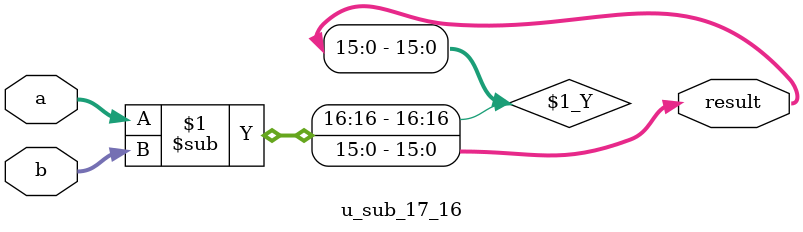
<source format=v>
module u_sub_17_16 (
	input [16:0] a,
	input [15:0] b,

	output wire [15:0] result
);

	assign result = a - b;
endmodule
</source>
